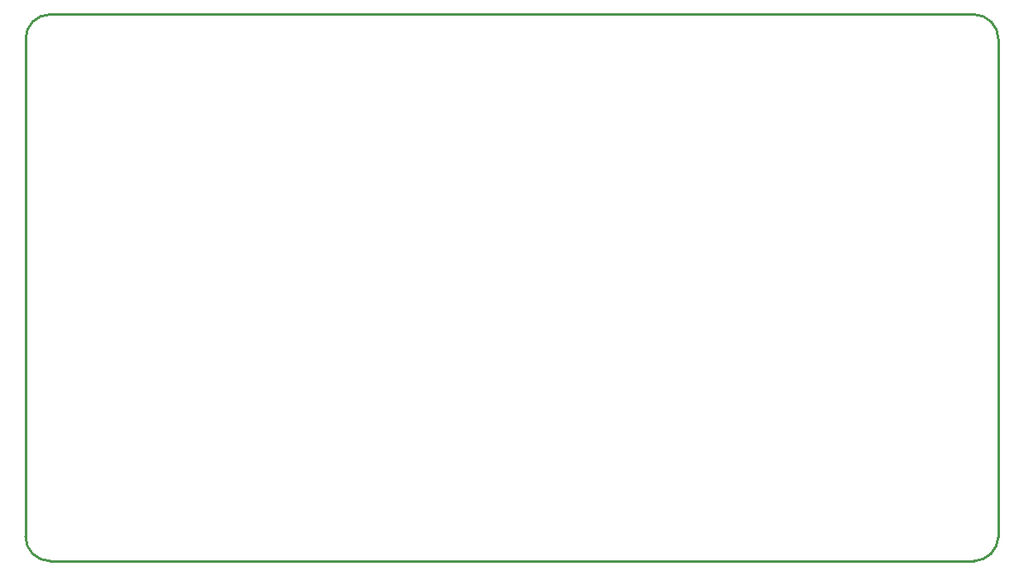
<source format=gm1>
%TF.GenerationSoftware,KiCad,Pcbnew,7.0.2-6a45011f42~172~ubuntu22.04.1*%
%TF.CreationDate,2023-05-03T22:42:28+03:00*%
%TF.ProjectId,mp3_test_board,6d70335f-7465-4737-945f-626f6172642e,rev?*%
%TF.SameCoordinates,Original*%
%TF.FileFunction,Profile,NP*%
%FSLAX46Y46*%
G04 Gerber Fmt 4.6, Leading zero omitted, Abs format (unit mm)*
G04 Created by KiCad (PCBNEW 7.0.2-6a45011f42~172~ubuntu22.04.1) date 2023-05-03 22:42:28*
%MOMM*%
%LPD*%
G01*
G04 APERTURE LIST*
%TA.AperFunction,Profile*%
%ADD10C,0.250000*%
%TD*%
G04 APERTURE END LIST*
D10*
X173467769Y-99232294D02*
G75*
G03*
X175959999Y-96750000I-93569J2586194D01*
G01*
X175960001Y-45750000D02*
G75*
G03*
X173467767Y-43232233I-2528101J-10100D01*
G01*
X78967767Y-43232167D02*
G75*
G03*
X76467767Y-45732233I33J-2500033D01*
G01*
X76467767Y-45732233D02*
X76467767Y-96732233D01*
X78967767Y-99232233D02*
X173467767Y-99232233D01*
X175960000Y-96750000D02*
X175960000Y-45750000D01*
X173467767Y-43232233D02*
X78967767Y-43232233D01*
X76467767Y-96732233D02*
G75*
G03*
X78967767Y-99232233I2500033J33D01*
G01*
M02*

</source>
